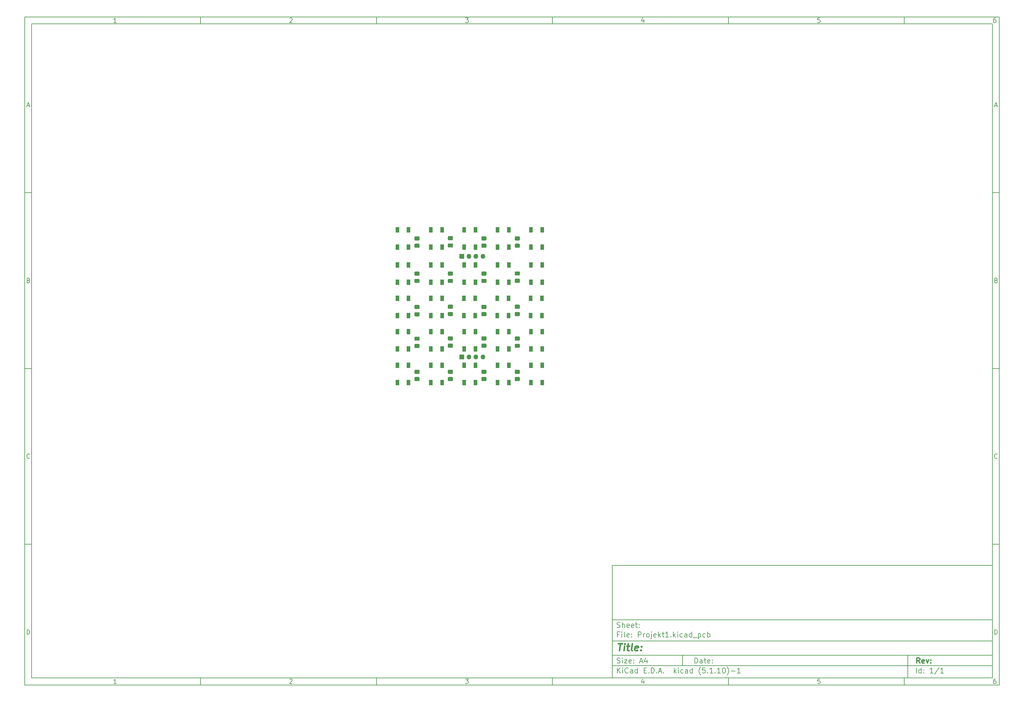
<source format=gbr>
%TF.GenerationSoftware,KiCad,Pcbnew,(5.1.10)-1*%
%TF.CreationDate,2021-11-12T10:13:00+01:00*%
%TF.ProjectId,Projekt1,50726f6a-656b-4743-912e-6b696361645f,rev?*%
%TF.SameCoordinates,Original*%
%TF.FileFunction,Soldermask,Top*%
%TF.FilePolarity,Negative*%
%FSLAX46Y46*%
G04 Gerber Fmt 4.6, Leading zero omitted, Abs format (unit mm)*
G04 Created by KiCad (PCBNEW (5.1.10)-1) date 2021-11-12 10:13:00*
%MOMM*%
%LPD*%
G01*
G04 APERTURE LIST*
%ADD10C,0.100000*%
%ADD11C,0.150000*%
%ADD12C,0.300000*%
%ADD13C,0.400000*%
%ADD14O,1.350000X1.350000*%
%ADD15R,1.350000X1.350000*%
%ADD16R,1.000000X1.500000*%
G04 APERTURE END LIST*
D10*
D11*
X177002200Y-166007200D02*
X177002200Y-198007200D01*
X285002200Y-198007200D01*
X285002200Y-166007200D01*
X177002200Y-166007200D01*
D10*
D11*
X10000000Y-10000000D02*
X10000000Y-200007200D01*
X287002200Y-200007200D01*
X287002200Y-10000000D01*
X10000000Y-10000000D01*
D10*
D11*
X12000000Y-12000000D02*
X12000000Y-198007200D01*
X285002200Y-198007200D01*
X285002200Y-12000000D01*
X12000000Y-12000000D01*
D10*
D11*
X60000000Y-12000000D02*
X60000000Y-10000000D01*
D10*
D11*
X110000000Y-12000000D02*
X110000000Y-10000000D01*
D10*
D11*
X160000000Y-12000000D02*
X160000000Y-10000000D01*
D10*
D11*
X210000000Y-12000000D02*
X210000000Y-10000000D01*
D10*
D11*
X260000000Y-12000000D02*
X260000000Y-10000000D01*
D10*
D11*
X36065476Y-11588095D02*
X35322619Y-11588095D01*
X35694047Y-11588095D02*
X35694047Y-10288095D01*
X35570238Y-10473809D01*
X35446428Y-10597619D01*
X35322619Y-10659523D01*
D10*
D11*
X85322619Y-10411904D02*
X85384523Y-10350000D01*
X85508333Y-10288095D01*
X85817857Y-10288095D01*
X85941666Y-10350000D01*
X86003571Y-10411904D01*
X86065476Y-10535714D01*
X86065476Y-10659523D01*
X86003571Y-10845238D01*
X85260714Y-11588095D01*
X86065476Y-11588095D01*
D10*
D11*
X135260714Y-10288095D02*
X136065476Y-10288095D01*
X135632142Y-10783333D01*
X135817857Y-10783333D01*
X135941666Y-10845238D01*
X136003571Y-10907142D01*
X136065476Y-11030952D01*
X136065476Y-11340476D01*
X136003571Y-11464285D01*
X135941666Y-11526190D01*
X135817857Y-11588095D01*
X135446428Y-11588095D01*
X135322619Y-11526190D01*
X135260714Y-11464285D01*
D10*
D11*
X185941666Y-10721428D02*
X185941666Y-11588095D01*
X185632142Y-10226190D02*
X185322619Y-11154761D01*
X186127380Y-11154761D01*
D10*
D11*
X236003571Y-10288095D02*
X235384523Y-10288095D01*
X235322619Y-10907142D01*
X235384523Y-10845238D01*
X235508333Y-10783333D01*
X235817857Y-10783333D01*
X235941666Y-10845238D01*
X236003571Y-10907142D01*
X236065476Y-11030952D01*
X236065476Y-11340476D01*
X236003571Y-11464285D01*
X235941666Y-11526190D01*
X235817857Y-11588095D01*
X235508333Y-11588095D01*
X235384523Y-11526190D01*
X235322619Y-11464285D01*
D10*
D11*
X285941666Y-10288095D02*
X285694047Y-10288095D01*
X285570238Y-10350000D01*
X285508333Y-10411904D01*
X285384523Y-10597619D01*
X285322619Y-10845238D01*
X285322619Y-11340476D01*
X285384523Y-11464285D01*
X285446428Y-11526190D01*
X285570238Y-11588095D01*
X285817857Y-11588095D01*
X285941666Y-11526190D01*
X286003571Y-11464285D01*
X286065476Y-11340476D01*
X286065476Y-11030952D01*
X286003571Y-10907142D01*
X285941666Y-10845238D01*
X285817857Y-10783333D01*
X285570238Y-10783333D01*
X285446428Y-10845238D01*
X285384523Y-10907142D01*
X285322619Y-11030952D01*
D10*
D11*
X60000000Y-198007200D02*
X60000000Y-200007200D01*
D10*
D11*
X110000000Y-198007200D02*
X110000000Y-200007200D01*
D10*
D11*
X160000000Y-198007200D02*
X160000000Y-200007200D01*
D10*
D11*
X210000000Y-198007200D02*
X210000000Y-200007200D01*
D10*
D11*
X260000000Y-198007200D02*
X260000000Y-200007200D01*
D10*
D11*
X36065476Y-199595295D02*
X35322619Y-199595295D01*
X35694047Y-199595295D02*
X35694047Y-198295295D01*
X35570238Y-198481009D01*
X35446428Y-198604819D01*
X35322619Y-198666723D01*
D10*
D11*
X85322619Y-198419104D02*
X85384523Y-198357200D01*
X85508333Y-198295295D01*
X85817857Y-198295295D01*
X85941666Y-198357200D01*
X86003571Y-198419104D01*
X86065476Y-198542914D01*
X86065476Y-198666723D01*
X86003571Y-198852438D01*
X85260714Y-199595295D01*
X86065476Y-199595295D01*
D10*
D11*
X135260714Y-198295295D02*
X136065476Y-198295295D01*
X135632142Y-198790533D01*
X135817857Y-198790533D01*
X135941666Y-198852438D01*
X136003571Y-198914342D01*
X136065476Y-199038152D01*
X136065476Y-199347676D01*
X136003571Y-199471485D01*
X135941666Y-199533390D01*
X135817857Y-199595295D01*
X135446428Y-199595295D01*
X135322619Y-199533390D01*
X135260714Y-199471485D01*
D10*
D11*
X185941666Y-198728628D02*
X185941666Y-199595295D01*
X185632142Y-198233390D02*
X185322619Y-199161961D01*
X186127380Y-199161961D01*
D10*
D11*
X236003571Y-198295295D02*
X235384523Y-198295295D01*
X235322619Y-198914342D01*
X235384523Y-198852438D01*
X235508333Y-198790533D01*
X235817857Y-198790533D01*
X235941666Y-198852438D01*
X236003571Y-198914342D01*
X236065476Y-199038152D01*
X236065476Y-199347676D01*
X236003571Y-199471485D01*
X235941666Y-199533390D01*
X235817857Y-199595295D01*
X235508333Y-199595295D01*
X235384523Y-199533390D01*
X235322619Y-199471485D01*
D10*
D11*
X285941666Y-198295295D02*
X285694047Y-198295295D01*
X285570238Y-198357200D01*
X285508333Y-198419104D01*
X285384523Y-198604819D01*
X285322619Y-198852438D01*
X285322619Y-199347676D01*
X285384523Y-199471485D01*
X285446428Y-199533390D01*
X285570238Y-199595295D01*
X285817857Y-199595295D01*
X285941666Y-199533390D01*
X286003571Y-199471485D01*
X286065476Y-199347676D01*
X286065476Y-199038152D01*
X286003571Y-198914342D01*
X285941666Y-198852438D01*
X285817857Y-198790533D01*
X285570238Y-198790533D01*
X285446428Y-198852438D01*
X285384523Y-198914342D01*
X285322619Y-199038152D01*
D10*
D11*
X10000000Y-60000000D02*
X12000000Y-60000000D01*
D10*
D11*
X10000000Y-110000000D02*
X12000000Y-110000000D01*
D10*
D11*
X10000000Y-160000000D02*
X12000000Y-160000000D01*
D10*
D11*
X10690476Y-35216666D02*
X11309523Y-35216666D01*
X10566666Y-35588095D02*
X11000000Y-34288095D01*
X11433333Y-35588095D01*
D10*
D11*
X11092857Y-84907142D02*
X11278571Y-84969047D01*
X11340476Y-85030952D01*
X11402380Y-85154761D01*
X11402380Y-85340476D01*
X11340476Y-85464285D01*
X11278571Y-85526190D01*
X11154761Y-85588095D01*
X10659523Y-85588095D01*
X10659523Y-84288095D01*
X11092857Y-84288095D01*
X11216666Y-84350000D01*
X11278571Y-84411904D01*
X11340476Y-84535714D01*
X11340476Y-84659523D01*
X11278571Y-84783333D01*
X11216666Y-84845238D01*
X11092857Y-84907142D01*
X10659523Y-84907142D01*
D10*
D11*
X11402380Y-135464285D02*
X11340476Y-135526190D01*
X11154761Y-135588095D01*
X11030952Y-135588095D01*
X10845238Y-135526190D01*
X10721428Y-135402380D01*
X10659523Y-135278571D01*
X10597619Y-135030952D01*
X10597619Y-134845238D01*
X10659523Y-134597619D01*
X10721428Y-134473809D01*
X10845238Y-134350000D01*
X11030952Y-134288095D01*
X11154761Y-134288095D01*
X11340476Y-134350000D01*
X11402380Y-134411904D01*
D10*
D11*
X10659523Y-185588095D02*
X10659523Y-184288095D01*
X10969047Y-184288095D01*
X11154761Y-184350000D01*
X11278571Y-184473809D01*
X11340476Y-184597619D01*
X11402380Y-184845238D01*
X11402380Y-185030952D01*
X11340476Y-185278571D01*
X11278571Y-185402380D01*
X11154761Y-185526190D01*
X10969047Y-185588095D01*
X10659523Y-185588095D01*
D10*
D11*
X287002200Y-60000000D02*
X285002200Y-60000000D01*
D10*
D11*
X287002200Y-110000000D02*
X285002200Y-110000000D01*
D10*
D11*
X287002200Y-160000000D02*
X285002200Y-160000000D01*
D10*
D11*
X285692676Y-35216666D02*
X286311723Y-35216666D01*
X285568866Y-35588095D02*
X286002200Y-34288095D01*
X286435533Y-35588095D01*
D10*
D11*
X286095057Y-84907142D02*
X286280771Y-84969047D01*
X286342676Y-85030952D01*
X286404580Y-85154761D01*
X286404580Y-85340476D01*
X286342676Y-85464285D01*
X286280771Y-85526190D01*
X286156961Y-85588095D01*
X285661723Y-85588095D01*
X285661723Y-84288095D01*
X286095057Y-84288095D01*
X286218866Y-84350000D01*
X286280771Y-84411904D01*
X286342676Y-84535714D01*
X286342676Y-84659523D01*
X286280771Y-84783333D01*
X286218866Y-84845238D01*
X286095057Y-84907142D01*
X285661723Y-84907142D01*
D10*
D11*
X286404580Y-135464285D02*
X286342676Y-135526190D01*
X286156961Y-135588095D01*
X286033152Y-135588095D01*
X285847438Y-135526190D01*
X285723628Y-135402380D01*
X285661723Y-135278571D01*
X285599819Y-135030952D01*
X285599819Y-134845238D01*
X285661723Y-134597619D01*
X285723628Y-134473809D01*
X285847438Y-134350000D01*
X286033152Y-134288095D01*
X286156961Y-134288095D01*
X286342676Y-134350000D01*
X286404580Y-134411904D01*
D10*
D11*
X285661723Y-185588095D02*
X285661723Y-184288095D01*
X285971247Y-184288095D01*
X286156961Y-184350000D01*
X286280771Y-184473809D01*
X286342676Y-184597619D01*
X286404580Y-184845238D01*
X286404580Y-185030952D01*
X286342676Y-185278571D01*
X286280771Y-185402380D01*
X286156961Y-185526190D01*
X285971247Y-185588095D01*
X285661723Y-185588095D01*
D10*
D11*
X200434342Y-193785771D02*
X200434342Y-192285771D01*
X200791485Y-192285771D01*
X201005771Y-192357200D01*
X201148628Y-192500057D01*
X201220057Y-192642914D01*
X201291485Y-192928628D01*
X201291485Y-193142914D01*
X201220057Y-193428628D01*
X201148628Y-193571485D01*
X201005771Y-193714342D01*
X200791485Y-193785771D01*
X200434342Y-193785771D01*
X202577200Y-193785771D02*
X202577200Y-193000057D01*
X202505771Y-192857200D01*
X202362914Y-192785771D01*
X202077200Y-192785771D01*
X201934342Y-192857200D01*
X202577200Y-193714342D02*
X202434342Y-193785771D01*
X202077200Y-193785771D01*
X201934342Y-193714342D01*
X201862914Y-193571485D01*
X201862914Y-193428628D01*
X201934342Y-193285771D01*
X202077200Y-193214342D01*
X202434342Y-193214342D01*
X202577200Y-193142914D01*
X203077200Y-192785771D02*
X203648628Y-192785771D01*
X203291485Y-192285771D02*
X203291485Y-193571485D01*
X203362914Y-193714342D01*
X203505771Y-193785771D01*
X203648628Y-193785771D01*
X204720057Y-193714342D02*
X204577200Y-193785771D01*
X204291485Y-193785771D01*
X204148628Y-193714342D01*
X204077200Y-193571485D01*
X204077200Y-193000057D01*
X204148628Y-192857200D01*
X204291485Y-192785771D01*
X204577200Y-192785771D01*
X204720057Y-192857200D01*
X204791485Y-193000057D01*
X204791485Y-193142914D01*
X204077200Y-193285771D01*
X205434342Y-193642914D02*
X205505771Y-193714342D01*
X205434342Y-193785771D01*
X205362914Y-193714342D01*
X205434342Y-193642914D01*
X205434342Y-193785771D01*
X205434342Y-192857200D02*
X205505771Y-192928628D01*
X205434342Y-193000057D01*
X205362914Y-192928628D01*
X205434342Y-192857200D01*
X205434342Y-193000057D01*
D10*
D11*
X177002200Y-194507200D02*
X285002200Y-194507200D01*
D10*
D11*
X178434342Y-196585771D02*
X178434342Y-195085771D01*
X179291485Y-196585771D02*
X178648628Y-195728628D01*
X179291485Y-195085771D02*
X178434342Y-195942914D01*
X179934342Y-196585771D02*
X179934342Y-195585771D01*
X179934342Y-195085771D02*
X179862914Y-195157200D01*
X179934342Y-195228628D01*
X180005771Y-195157200D01*
X179934342Y-195085771D01*
X179934342Y-195228628D01*
X181505771Y-196442914D02*
X181434342Y-196514342D01*
X181220057Y-196585771D01*
X181077200Y-196585771D01*
X180862914Y-196514342D01*
X180720057Y-196371485D01*
X180648628Y-196228628D01*
X180577200Y-195942914D01*
X180577200Y-195728628D01*
X180648628Y-195442914D01*
X180720057Y-195300057D01*
X180862914Y-195157200D01*
X181077200Y-195085771D01*
X181220057Y-195085771D01*
X181434342Y-195157200D01*
X181505771Y-195228628D01*
X182791485Y-196585771D02*
X182791485Y-195800057D01*
X182720057Y-195657200D01*
X182577200Y-195585771D01*
X182291485Y-195585771D01*
X182148628Y-195657200D01*
X182791485Y-196514342D02*
X182648628Y-196585771D01*
X182291485Y-196585771D01*
X182148628Y-196514342D01*
X182077200Y-196371485D01*
X182077200Y-196228628D01*
X182148628Y-196085771D01*
X182291485Y-196014342D01*
X182648628Y-196014342D01*
X182791485Y-195942914D01*
X184148628Y-196585771D02*
X184148628Y-195085771D01*
X184148628Y-196514342D02*
X184005771Y-196585771D01*
X183720057Y-196585771D01*
X183577200Y-196514342D01*
X183505771Y-196442914D01*
X183434342Y-196300057D01*
X183434342Y-195871485D01*
X183505771Y-195728628D01*
X183577200Y-195657200D01*
X183720057Y-195585771D01*
X184005771Y-195585771D01*
X184148628Y-195657200D01*
X186005771Y-195800057D02*
X186505771Y-195800057D01*
X186720057Y-196585771D02*
X186005771Y-196585771D01*
X186005771Y-195085771D01*
X186720057Y-195085771D01*
X187362914Y-196442914D02*
X187434342Y-196514342D01*
X187362914Y-196585771D01*
X187291485Y-196514342D01*
X187362914Y-196442914D01*
X187362914Y-196585771D01*
X188077200Y-196585771D02*
X188077200Y-195085771D01*
X188434342Y-195085771D01*
X188648628Y-195157200D01*
X188791485Y-195300057D01*
X188862914Y-195442914D01*
X188934342Y-195728628D01*
X188934342Y-195942914D01*
X188862914Y-196228628D01*
X188791485Y-196371485D01*
X188648628Y-196514342D01*
X188434342Y-196585771D01*
X188077200Y-196585771D01*
X189577200Y-196442914D02*
X189648628Y-196514342D01*
X189577200Y-196585771D01*
X189505771Y-196514342D01*
X189577200Y-196442914D01*
X189577200Y-196585771D01*
X190220057Y-196157200D02*
X190934342Y-196157200D01*
X190077200Y-196585771D02*
X190577200Y-195085771D01*
X191077200Y-196585771D01*
X191577200Y-196442914D02*
X191648628Y-196514342D01*
X191577200Y-196585771D01*
X191505771Y-196514342D01*
X191577200Y-196442914D01*
X191577200Y-196585771D01*
X194577200Y-196585771D02*
X194577200Y-195085771D01*
X194720057Y-196014342D02*
X195148628Y-196585771D01*
X195148628Y-195585771D02*
X194577200Y-196157200D01*
X195791485Y-196585771D02*
X195791485Y-195585771D01*
X195791485Y-195085771D02*
X195720057Y-195157200D01*
X195791485Y-195228628D01*
X195862914Y-195157200D01*
X195791485Y-195085771D01*
X195791485Y-195228628D01*
X197148628Y-196514342D02*
X197005771Y-196585771D01*
X196720057Y-196585771D01*
X196577200Y-196514342D01*
X196505771Y-196442914D01*
X196434342Y-196300057D01*
X196434342Y-195871485D01*
X196505771Y-195728628D01*
X196577200Y-195657200D01*
X196720057Y-195585771D01*
X197005771Y-195585771D01*
X197148628Y-195657200D01*
X198434342Y-196585771D02*
X198434342Y-195800057D01*
X198362914Y-195657200D01*
X198220057Y-195585771D01*
X197934342Y-195585771D01*
X197791485Y-195657200D01*
X198434342Y-196514342D02*
X198291485Y-196585771D01*
X197934342Y-196585771D01*
X197791485Y-196514342D01*
X197720057Y-196371485D01*
X197720057Y-196228628D01*
X197791485Y-196085771D01*
X197934342Y-196014342D01*
X198291485Y-196014342D01*
X198434342Y-195942914D01*
X199791485Y-196585771D02*
X199791485Y-195085771D01*
X199791485Y-196514342D02*
X199648628Y-196585771D01*
X199362914Y-196585771D01*
X199220057Y-196514342D01*
X199148628Y-196442914D01*
X199077200Y-196300057D01*
X199077200Y-195871485D01*
X199148628Y-195728628D01*
X199220057Y-195657200D01*
X199362914Y-195585771D01*
X199648628Y-195585771D01*
X199791485Y-195657200D01*
X202077200Y-197157200D02*
X202005771Y-197085771D01*
X201862914Y-196871485D01*
X201791485Y-196728628D01*
X201720057Y-196514342D01*
X201648628Y-196157200D01*
X201648628Y-195871485D01*
X201720057Y-195514342D01*
X201791485Y-195300057D01*
X201862914Y-195157200D01*
X202005771Y-194942914D01*
X202077200Y-194871485D01*
X203362914Y-195085771D02*
X202648628Y-195085771D01*
X202577200Y-195800057D01*
X202648628Y-195728628D01*
X202791485Y-195657200D01*
X203148628Y-195657200D01*
X203291485Y-195728628D01*
X203362914Y-195800057D01*
X203434342Y-195942914D01*
X203434342Y-196300057D01*
X203362914Y-196442914D01*
X203291485Y-196514342D01*
X203148628Y-196585771D01*
X202791485Y-196585771D01*
X202648628Y-196514342D01*
X202577200Y-196442914D01*
X204077200Y-196442914D02*
X204148628Y-196514342D01*
X204077200Y-196585771D01*
X204005771Y-196514342D01*
X204077200Y-196442914D01*
X204077200Y-196585771D01*
X205577200Y-196585771D02*
X204720057Y-196585771D01*
X205148628Y-196585771D02*
X205148628Y-195085771D01*
X205005771Y-195300057D01*
X204862914Y-195442914D01*
X204720057Y-195514342D01*
X206220057Y-196442914D02*
X206291485Y-196514342D01*
X206220057Y-196585771D01*
X206148628Y-196514342D01*
X206220057Y-196442914D01*
X206220057Y-196585771D01*
X207720057Y-196585771D02*
X206862914Y-196585771D01*
X207291485Y-196585771D02*
X207291485Y-195085771D01*
X207148628Y-195300057D01*
X207005771Y-195442914D01*
X206862914Y-195514342D01*
X208648628Y-195085771D02*
X208791485Y-195085771D01*
X208934342Y-195157200D01*
X209005771Y-195228628D01*
X209077200Y-195371485D01*
X209148628Y-195657200D01*
X209148628Y-196014342D01*
X209077200Y-196300057D01*
X209005771Y-196442914D01*
X208934342Y-196514342D01*
X208791485Y-196585771D01*
X208648628Y-196585771D01*
X208505771Y-196514342D01*
X208434342Y-196442914D01*
X208362914Y-196300057D01*
X208291485Y-196014342D01*
X208291485Y-195657200D01*
X208362914Y-195371485D01*
X208434342Y-195228628D01*
X208505771Y-195157200D01*
X208648628Y-195085771D01*
X209648628Y-197157200D02*
X209720057Y-197085771D01*
X209862914Y-196871485D01*
X209934342Y-196728628D01*
X210005771Y-196514342D01*
X210077200Y-196157200D01*
X210077200Y-195871485D01*
X210005771Y-195514342D01*
X209934342Y-195300057D01*
X209862914Y-195157200D01*
X209720057Y-194942914D01*
X209648628Y-194871485D01*
X210791485Y-196014342D02*
X211934342Y-196014342D01*
X213434342Y-196585771D02*
X212577200Y-196585771D01*
X213005771Y-196585771D02*
X213005771Y-195085771D01*
X212862914Y-195300057D01*
X212720057Y-195442914D01*
X212577200Y-195514342D01*
D10*
D11*
X177002200Y-191507200D02*
X285002200Y-191507200D01*
D10*
D12*
X264411485Y-193785771D02*
X263911485Y-193071485D01*
X263554342Y-193785771D02*
X263554342Y-192285771D01*
X264125771Y-192285771D01*
X264268628Y-192357200D01*
X264340057Y-192428628D01*
X264411485Y-192571485D01*
X264411485Y-192785771D01*
X264340057Y-192928628D01*
X264268628Y-193000057D01*
X264125771Y-193071485D01*
X263554342Y-193071485D01*
X265625771Y-193714342D02*
X265482914Y-193785771D01*
X265197200Y-193785771D01*
X265054342Y-193714342D01*
X264982914Y-193571485D01*
X264982914Y-193000057D01*
X265054342Y-192857200D01*
X265197200Y-192785771D01*
X265482914Y-192785771D01*
X265625771Y-192857200D01*
X265697200Y-193000057D01*
X265697200Y-193142914D01*
X264982914Y-193285771D01*
X266197200Y-192785771D02*
X266554342Y-193785771D01*
X266911485Y-192785771D01*
X267482914Y-193642914D02*
X267554342Y-193714342D01*
X267482914Y-193785771D01*
X267411485Y-193714342D01*
X267482914Y-193642914D01*
X267482914Y-193785771D01*
X267482914Y-192857200D02*
X267554342Y-192928628D01*
X267482914Y-193000057D01*
X267411485Y-192928628D01*
X267482914Y-192857200D01*
X267482914Y-193000057D01*
D10*
D11*
X178362914Y-193714342D02*
X178577200Y-193785771D01*
X178934342Y-193785771D01*
X179077200Y-193714342D01*
X179148628Y-193642914D01*
X179220057Y-193500057D01*
X179220057Y-193357200D01*
X179148628Y-193214342D01*
X179077200Y-193142914D01*
X178934342Y-193071485D01*
X178648628Y-193000057D01*
X178505771Y-192928628D01*
X178434342Y-192857200D01*
X178362914Y-192714342D01*
X178362914Y-192571485D01*
X178434342Y-192428628D01*
X178505771Y-192357200D01*
X178648628Y-192285771D01*
X179005771Y-192285771D01*
X179220057Y-192357200D01*
X179862914Y-193785771D02*
X179862914Y-192785771D01*
X179862914Y-192285771D02*
X179791485Y-192357200D01*
X179862914Y-192428628D01*
X179934342Y-192357200D01*
X179862914Y-192285771D01*
X179862914Y-192428628D01*
X180434342Y-192785771D02*
X181220057Y-192785771D01*
X180434342Y-193785771D01*
X181220057Y-193785771D01*
X182362914Y-193714342D02*
X182220057Y-193785771D01*
X181934342Y-193785771D01*
X181791485Y-193714342D01*
X181720057Y-193571485D01*
X181720057Y-193000057D01*
X181791485Y-192857200D01*
X181934342Y-192785771D01*
X182220057Y-192785771D01*
X182362914Y-192857200D01*
X182434342Y-193000057D01*
X182434342Y-193142914D01*
X181720057Y-193285771D01*
X183077200Y-193642914D02*
X183148628Y-193714342D01*
X183077200Y-193785771D01*
X183005771Y-193714342D01*
X183077200Y-193642914D01*
X183077200Y-193785771D01*
X183077200Y-192857200D02*
X183148628Y-192928628D01*
X183077200Y-193000057D01*
X183005771Y-192928628D01*
X183077200Y-192857200D01*
X183077200Y-193000057D01*
X184862914Y-193357200D02*
X185577200Y-193357200D01*
X184720057Y-193785771D02*
X185220057Y-192285771D01*
X185720057Y-193785771D01*
X186862914Y-192785771D02*
X186862914Y-193785771D01*
X186505771Y-192214342D02*
X186148628Y-193285771D01*
X187077200Y-193285771D01*
D10*
D11*
X263434342Y-196585771D02*
X263434342Y-195085771D01*
X264791485Y-196585771D02*
X264791485Y-195085771D01*
X264791485Y-196514342D02*
X264648628Y-196585771D01*
X264362914Y-196585771D01*
X264220057Y-196514342D01*
X264148628Y-196442914D01*
X264077200Y-196300057D01*
X264077200Y-195871485D01*
X264148628Y-195728628D01*
X264220057Y-195657200D01*
X264362914Y-195585771D01*
X264648628Y-195585771D01*
X264791485Y-195657200D01*
X265505771Y-196442914D02*
X265577200Y-196514342D01*
X265505771Y-196585771D01*
X265434342Y-196514342D01*
X265505771Y-196442914D01*
X265505771Y-196585771D01*
X265505771Y-195657200D02*
X265577200Y-195728628D01*
X265505771Y-195800057D01*
X265434342Y-195728628D01*
X265505771Y-195657200D01*
X265505771Y-195800057D01*
X268148628Y-196585771D02*
X267291485Y-196585771D01*
X267720057Y-196585771D02*
X267720057Y-195085771D01*
X267577200Y-195300057D01*
X267434342Y-195442914D01*
X267291485Y-195514342D01*
X269862914Y-195014342D02*
X268577200Y-196942914D01*
X271148628Y-196585771D02*
X270291485Y-196585771D01*
X270720057Y-196585771D02*
X270720057Y-195085771D01*
X270577200Y-195300057D01*
X270434342Y-195442914D01*
X270291485Y-195514342D01*
D10*
D11*
X177002200Y-187507200D02*
X285002200Y-187507200D01*
D10*
D13*
X178714580Y-188211961D02*
X179857438Y-188211961D01*
X179036009Y-190211961D02*
X179286009Y-188211961D01*
X180274104Y-190211961D02*
X180440771Y-188878628D01*
X180524104Y-188211961D02*
X180416961Y-188307200D01*
X180500295Y-188402438D01*
X180607438Y-188307200D01*
X180524104Y-188211961D01*
X180500295Y-188402438D01*
X181107438Y-188878628D02*
X181869342Y-188878628D01*
X181476485Y-188211961D02*
X181262200Y-189926247D01*
X181333628Y-190116723D01*
X181512200Y-190211961D01*
X181702676Y-190211961D01*
X182655057Y-190211961D02*
X182476485Y-190116723D01*
X182405057Y-189926247D01*
X182619342Y-188211961D01*
X184190771Y-190116723D02*
X183988390Y-190211961D01*
X183607438Y-190211961D01*
X183428866Y-190116723D01*
X183357438Y-189926247D01*
X183452676Y-189164342D01*
X183571723Y-188973866D01*
X183774104Y-188878628D01*
X184155057Y-188878628D01*
X184333628Y-188973866D01*
X184405057Y-189164342D01*
X184381247Y-189354819D01*
X183405057Y-189545295D01*
X185155057Y-190021485D02*
X185238390Y-190116723D01*
X185131247Y-190211961D01*
X185047914Y-190116723D01*
X185155057Y-190021485D01*
X185131247Y-190211961D01*
X185286009Y-188973866D02*
X185369342Y-189069104D01*
X185262200Y-189164342D01*
X185178866Y-189069104D01*
X185286009Y-188973866D01*
X185262200Y-189164342D01*
D10*
D11*
X178934342Y-185600057D02*
X178434342Y-185600057D01*
X178434342Y-186385771D02*
X178434342Y-184885771D01*
X179148628Y-184885771D01*
X179720057Y-186385771D02*
X179720057Y-185385771D01*
X179720057Y-184885771D02*
X179648628Y-184957200D01*
X179720057Y-185028628D01*
X179791485Y-184957200D01*
X179720057Y-184885771D01*
X179720057Y-185028628D01*
X180648628Y-186385771D02*
X180505771Y-186314342D01*
X180434342Y-186171485D01*
X180434342Y-184885771D01*
X181791485Y-186314342D02*
X181648628Y-186385771D01*
X181362914Y-186385771D01*
X181220057Y-186314342D01*
X181148628Y-186171485D01*
X181148628Y-185600057D01*
X181220057Y-185457200D01*
X181362914Y-185385771D01*
X181648628Y-185385771D01*
X181791485Y-185457200D01*
X181862914Y-185600057D01*
X181862914Y-185742914D01*
X181148628Y-185885771D01*
X182505771Y-186242914D02*
X182577200Y-186314342D01*
X182505771Y-186385771D01*
X182434342Y-186314342D01*
X182505771Y-186242914D01*
X182505771Y-186385771D01*
X182505771Y-185457200D02*
X182577200Y-185528628D01*
X182505771Y-185600057D01*
X182434342Y-185528628D01*
X182505771Y-185457200D01*
X182505771Y-185600057D01*
X184362914Y-186385771D02*
X184362914Y-184885771D01*
X184934342Y-184885771D01*
X185077200Y-184957200D01*
X185148628Y-185028628D01*
X185220057Y-185171485D01*
X185220057Y-185385771D01*
X185148628Y-185528628D01*
X185077200Y-185600057D01*
X184934342Y-185671485D01*
X184362914Y-185671485D01*
X185862914Y-186385771D02*
X185862914Y-185385771D01*
X185862914Y-185671485D02*
X185934342Y-185528628D01*
X186005771Y-185457200D01*
X186148628Y-185385771D01*
X186291485Y-185385771D01*
X187005771Y-186385771D02*
X186862914Y-186314342D01*
X186791485Y-186242914D01*
X186720057Y-186100057D01*
X186720057Y-185671485D01*
X186791485Y-185528628D01*
X186862914Y-185457200D01*
X187005771Y-185385771D01*
X187220057Y-185385771D01*
X187362914Y-185457200D01*
X187434342Y-185528628D01*
X187505771Y-185671485D01*
X187505771Y-186100057D01*
X187434342Y-186242914D01*
X187362914Y-186314342D01*
X187220057Y-186385771D01*
X187005771Y-186385771D01*
X188148628Y-185385771D02*
X188148628Y-186671485D01*
X188077200Y-186814342D01*
X187934342Y-186885771D01*
X187862914Y-186885771D01*
X188148628Y-184885771D02*
X188077200Y-184957200D01*
X188148628Y-185028628D01*
X188220057Y-184957200D01*
X188148628Y-184885771D01*
X188148628Y-185028628D01*
X189434342Y-186314342D02*
X189291485Y-186385771D01*
X189005771Y-186385771D01*
X188862914Y-186314342D01*
X188791485Y-186171485D01*
X188791485Y-185600057D01*
X188862914Y-185457200D01*
X189005771Y-185385771D01*
X189291485Y-185385771D01*
X189434342Y-185457200D01*
X189505771Y-185600057D01*
X189505771Y-185742914D01*
X188791485Y-185885771D01*
X190148628Y-186385771D02*
X190148628Y-184885771D01*
X190291485Y-185814342D02*
X190720057Y-186385771D01*
X190720057Y-185385771D02*
X190148628Y-185957200D01*
X191148628Y-185385771D02*
X191720057Y-185385771D01*
X191362914Y-184885771D02*
X191362914Y-186171485D01*
X191434342Y-186314342D01*
X191577200Y-186385771D01*
X191720057Y-186385771D01*
X193005771Y-186385771D02*
X192148628Y-186385771D01*
X192577200Y-186385771D02*
X192577200Y-184885771D01*
X192434342Y-185100057D01*
X192291485Y-185242914D01*
X192148628Y-185314342D01*
X193648628Y-186242914D02*
X193720057Y-186314342D01*
X193648628Y-186385771D01*
X193577200Y-186314342D01*
X193648628Y-186242914D01*
X193648628Y-186385771D01*
X194362914Y-186385771D02*
X194362914Y-184885771D01*
X194505771Y-185814342D02*
X194934342Y-186385771D01*
X194934342Y-185385771D02*
X194362914Y-185957200D01*
X195577200Y-186385771D02*
X195577200Y-185385771D01*
X195577200Y-184885771D02*
X195505771Y-184957200D01*
X195577200Y-185028628D01*
X195648628Y-184957200D01*
X195577200Y-184885771D01*
X195577200Y-185028628D01*
X196934342Y-186314342D02*
X196791485Y-186385771D01*
X196505771Y-186385771D01*
X196362914Y-186314342D01*
X196291485Y-186242914D01*
X196220057Y-186100057D01*
X196220057Y-185671485D01*
X196291485Y-185528628D01*
X196362914Y-185457200D01*
X196505771Y-185385771D01*
X196791485Y-185385771D01*
X196934342Y-185457200D01*
X198220057Y-186385771D02*
X198220057Y-185600057D01*
X198148628Y-185457200D01*
X198005771Y-185385771D01*
X197720057Y-185385771D01*
X197577200Y-185457200D01*
X198220057Y-186314342D02*
X198077200Y-186385771D01*
X197720057Y-186385771D01*
X197577200Y-186314342D01*
X197505771Y-186171485D01*
X197505771Y-186028628D01*
X197577200Y-185885771D01*
X197720057Y-185814342D01*
X198077200Y-185814342D01*
X198220057Y-185742914D01*
X199577200Y-186385771D02*
X199577200Y-184885771D01*
X199577200Y-186314342D02*
X199434342Y-186385771D01*
X199148628Y-186385771D01*
X199005771Y-186314342D01*
X198934342Y-186242914D01*
X198862914Y-186100057D01*
X198862914Y-185671485D01*
X198934342Y-185528628D01*
X199005771Y-185457200D01*
X199148628Y-185385771D01*
X199434342Y-185385771D01*
X199577200Y-185457200D01*
X199934342Y-186528628D02*
X201077200Y-186528628D01*
X201434342Y-185385771D02*
X201434342Y-186885771D01*
X201434342Y-185457200D02*
X201577200Y-185385771D01*
X201862914Y-185385771D01*
X202005771Y-185457200D01*
X202077200Y-185528628D01*
X202148628Y-185671485D01*
X202148628Y-186100057D01*
X202077200Y-186242914D01*
X202005771Y-186314342D01*
X201862914Y-186385771D01*
X201577200Y-186385771D01*
X201434342Y-186314342D01*
X203434342Y-186314342D02*
X203291485Y-186385771D01*
X203005771Y-186385771D01*
X202862914Y-186314342D01*
X202791485Y-186242914D01*
X202720057Y-186100057D01*
X202720057Y-185671485D01*
X202791485Y-185528628D01*
X202862914Y-185457200D01*
X203005771Y-185385771D01*
X203291485Y-185385771D01*
X203434342Y-185457200D01*
X204077200Y-186385771D02*
X204077200Y-184885771D01*
X204077200Y-185457200D02*
X204220057Y-185385771D01*
X204505771Y-185385771D01*
X204648628Y-185457200D01*
X204720057Y-185528628D01*
X204791485Y-185671485D01*
X204791485Y-186100057D01*
X204720057Y-186242914D01*
X204648628Y-186314342D01*
X204505771Y-186385771D01*
X204220057Y-186385771D01*
X204077200Y-186314342D01*
D10*
D11*
X177002200Y-181507200D02*
X285002200Y-181507200D01*
D10*
D11*
X178362914Y-183614342D02*
X178577200Y-183685771D01*
X178934342Y-183685771D01*
X179077200Y-183614342D01*
X179148628Y-183542914D01*
X179220057Y-183400057D01*
X179220057Y-183257200D01*
X179148628Y-183114342D01*
X179077200Y-183042914D01*
X178934342Y-182971485D01*
X178648628Y-182900057D01*
X178505771Y-182828628D01*
X178434342Y-182757200D01*
X178362914Y-182614342D01*
X178362914Y-182471485D01*
X178434342Y-182328628D01*
X178505771Y-182257200D01*
X178648628Y-182185771D01*
X179005771Y-182185771D01*
X179220057Y-182257200D01*
X179862914Y-183685771D02*
X179862914Y-182185771D01*
X180505771Y-183685771D02*
X180505771Y-182900057D01*
X180434342Y-182757200D01*
X180291485Y-182685771D01*
X180077200Y-182685771D01*
X179934342Y-182757200D01*
X179862914Y-182828628D01*
X181791485Y-183614342D02*
X181648628Y-183685771D01*
X181362914Y-183685771D01*
X181220057Y-183614342D01*
X181148628Y-183471485D01*
X181148628Y-182900057D01*
X181220057Y-182757200D01*
X181362914Y-182685771D01*
X181648628Y-182685771D01*
X181791485Y-182757200D01*
X181862914Y-182900057D01*
X181862914Y-183042914D01*
X181148628Y-183185771D01*
X183077200Y-183614342D02*
X182934342Y-183685771D01*
X182648628Y-183685771D01*
X182505771Y-183614342D01*
X182434342Y-183471485D01*
X182434342Y-182900057D01*
X182505771Y-182757200D01*
X182648628Y-182685771D01*
X182934342Y-182685771D01*
X183077200Y-182757200D01*
X183148628Y-182900057D01*
X183148628Y-183042914D01*
X182434342Y-183185771D01*
X183577200Y-182685771D02*
X184148628Y-182685771D01*
X183791485Y-182185771D02*
X183791485Y-183471485D01*
X183862914Y-183614342D01*
X184005771Y-183685771D01*
X184148628Y-183685771D01*
X184648628Y-183542914D02*
X184720057Y-183614342D01*
X184648628Y-183685771D01*
X184577200Y-183614342D01*
X184648628Y-183542914D01*
X184648628Y-183685771D01*
X184648628Y-182757200D02*
X184720057Y-182828628D01*
X184648628Y-182900057D01*
X184577200Y-182828628D01*
X184648628Y-182757200D01*
X184648628Y-182900057D01*
D10*
D11*
X197002200Y-191507200D02*
X197002200Y-194507200D01*
D10*
D11*
X261002200Y-191507200D02*
X261002200Y-198007200D01*
D14*
%TO.C,J2*%
X140250000Y-106750000D03*
X138250000Y-106750000D03*
X136250000Y-106750000D03*
D15*
X134250000Y-106750000D03*
%TD*%
D14*
%TO.C,J1*%
X140250000Y-78105000D03*
X138250000Y-78105000D03*
X136250000Y-78105000D03*
D15*
X134250000Y-78105000D03*
%TD*%
D16*
%TO.C,D24*%
X144400000Y-113950000D03*
X147600000Y-113950000D03*
X144400000Y-109050000D03*
X147600000Y-109050000D03*
%TD*%
%TO.C,D23*%
X134900000Y-113950000D03*
X138100000Y-113950000D03*
X134900000Y-109050000D03*
X138100000Y-109050000D03*
%TD*%
%TO.C,D22*%
X125400000Y-113950000D03*
X128600000Y-113950000D03*
X125400000Y-109050000D03*
X128600000Y-109050000D03*
%TD*%
%TO.C,D21*%
X115900000Y-113950000D03*
X119100000Y-113950000D03*
X115900000Y-109050000D03*
X119100000Y-109050000D03*
%TD*%
%TO.C,D16*%
X115900000Y-104450000D03*
X119100000Y-104450000D03*
X115900000Y-99550000D03*
X119100000Y-99550000D03*
%TD*%
%TO.C,D15*%
X153800000Y-94950000D03*
X157000000Y-94950000D03*
X153800000Y-90050000D03*
X157000000Y-90050000D03*
%TD*%
%TO.C,D14*%
X144300000Y-94950000D03*
X147500000Y-94950000D03*
X144300000Y-90050000D03*
X147500000Y-90050000D03*
%TD*%
%TO.C,D13*%
X134800000Y-94950000D03*
X138000000Y-94950000D03*
X134800000Y-90050000D03*
X138000000Y-90050000D03*
%TD*%
%TO.C,D8*%
X134900000Y-85450000D03*
X138100000Y-85450000D03*
X134900000Y-80550000D03*
X138100000Y-80550000D03*
%TD*%
%TO.C,D7*%
X125400000Y-85450000D03*
X128600000Y-85450000D03*
X125400000Y-80550000D03*
X128600000Y-80550000D03*
%TD*%
%TO.C,D6*%
X115900000Y-85450000D03*
X119100000Y-85450000D03*
X115900000Y-80550000D03*
X119100000Y-80550000D03*
%TD*%
%TO.C,D5*%
X153900000Y-75450000D03*
X157100000Y-75450000D03*
X153900000Y-70550000D03*
X157100000Y-70550000D03*
%TD*%
%TO.C,C24*%
G36*
G01*
X131475000Y-102012500D02*
X130525000Y-102012500D01*
G75*
G02*
X130275000Y-101762500I0J250000D01*
G01*
X130275000Y-101087500D01*
G75*
G02*
X130525000Y-100837500I250000J0D01*
G01*
X131475000Y-100837500D01*
G75*
G02*
X131725000Y-101087500I0J-250000D01*
G01*
X131725000Y-101762500D01*
G75*
G02*
X131475000Y-102012500I-250000J0D01*
G01*
G37*
G36*
G01*
X131475000Y-104087500D02*
X130525000Y-104087500D01*
G75*
G02*
X130275000Y-103837500I0J250000D01*
G01*
X130275000Y-103162500D01*
G75*
G02*
X130525000Y-102912500I250000J0D01*
G01*
X131475000Y-102912500D01*
G75*
G02*
X131725000Y-103162500I0J-250000D01*
G01*
X131725000Y-103837500D01*
G75*
G02*
X131475000Y-104087500I-250000J0D01*
G01*
G37*
%TD*%
%TO.C,C23*%
G36*
G01*
X150475000Y-111512500D02*
X149525000Y-111512500D01*
G75*
G02*
X149275000Y-111262500I0J250000D01*
G01*
X149275000Y-110587500D01*
G75*
G02*
X149525000Y-110337500I250000J0D01*
G01*
X150475000Y-110337500D01*
G75*
G02*
X150725000Y-110587500I0J-250000D01*
G01*
X150725000Y-111262500D01*
G75*
G02*
X150475000Y-111512500I-250000J0D01*
G01*
G37*
G36*
G01*
X150475000Y-113587500D02*
X149525000Y-113587500D01*
G75*
G02*
X149275000Y-113337500I0J250000D01*
G01*
X149275000Y-112662500D01*
G75*
G02*
X149525000Y-112412500I250000J0D01*
G01*
X150475000Y-112412500D01*
G75*
G02*
X150725000Y-112662500I0J-250000D01*
G01*
X150725000Y-113337500D01*
G75*
G02*
X150475000Y-113587500I-250000J0D01*
G01*
G37*
%TD*%
%TO.C,C22*%
G36*
G01*
X131475000Y-93012500D02*
X130525000Y-93012500D01*
G75*
G02*
X130275000Y-92762500I0J250000D01*
G01*
X130275000Y-92087500D01*
G75*
G02*
X130525000Y-91837500I250000J0D01*
G01*
X131475000Y-91837500D01*
G75*
G02*
X131725000Y-92087500I0J-250000D01*
G01*
X131725000Y-92762500D01*
G75*
G02*
X131475000Y-93012500I-250000J0D01*
G01*
G37*
G36*
G01*
X131475000Y-95087500D02*
X130525000Y-95087500D01*
G75*
G02*
X130275000Y-94837500I0J250000D01*
G01*
X130275000Y-94162500D01*
G75*
G02*
X130525000Y-93912500I250000J0D01*
G01*
X131475000Y-93912500D01*
G75*
G02*
X131725000Y-94162500I0J-250000D01*
G01*
X131725000Y-94837500D01*
G75*
G02*
X131475000Y-95087500I-250000J0D01*
G01*
G37*
%TD*%
%TO.C,C21*%
G36*
G01*
X140975000Y-93050000D02*
X140025000Y-93050000D01*
G75*
G02*
X139775000Y-92800000I0J250000D01*
G01*
X139775000Y-92125000D01*
G75*
G02*
X140025000Y-91875000I250000J0D01*
G01*
X140975000Y-91875000D01*
G75*
G02*
X141225000Y-92125000I0J-250000D01*
G01*
X141225000Y-92800000D01*
G75*
G02*
X140975000Y-93050000I-250000J0D01*
G01*
G37*
G36*
G01*
X140975000Y-95125000D02*
X140025000Y-95125000D01*
G75*
G02*
X139775000Y-94875000I0J250000D01*
G01*
X139775000Y-94200000D01*
G75*
G02*
X140025000Y-93950000I250000J0D01*
G01*
X140975000Y-93950000D01*
G75*
G02*
X141225000Y-94200000I0J-250000D01*
G01*
X141225000Y-94875000D01*
G75*
G02*
X140975000Y-95125000I-250000J0D01*
G01*
G37*
%TD*%
%TO.C,C16*%
G36*
G01*
X140975000Y-111512500D02*
X140025000Y-111512500D01*
G75*
G02*
X139775000Y-111262500I0J250000D01*
G01*
X139775000Y-110587500D01*
G75*
G02*
X140025000Y-110337500I250000J0D01*
G01*
X140975000Y-110337500D01*
G75*
G02*
X141225000Y-110587500I0J-250000D01*
G01*
X141225000Y-111262500D01*
G75*
G02*
X140975000Y-111512500I-250000J0D01*
G01*
G37*
G36*
G01*
X140975000Y-113587500D02*
X140025000Y-113587500D01*
G75*
G02*
X139775000Y-113337500I0J250000D01*
G01*
X139775000Y-112662500D01*
G75*
G02*
X140025000Y-112412500I250000J0D01*
G01*
X140975000Y-112412500D01*
G75*
G02*
X141225000Y-112662500I0J-250000D01*
G01*
X141225000Y-113337500D01*
G75*
G02*
X140975000Y-113587500I-250000J0D01*
G01*
G37*
%TD*%
%TO.C,C15*%
G36*
G01*
X140975000Y-102012500D02*
X140025000Y-102012500D01*
G75*
G02*
X139775000Y-101762500I0J250000D01*
G01*
X139775000Y-101087500D01*
G75*
G02*
X140025000Y-100837500I250000J0D01*
G01*
X140975000Y-100837500D01*
G75*
G02*
X141225000Y-101087500I0J-250000D01*
G01*
X141225000Y-101762500D01*
G75*
G02*
X140975000Y-102012500I-250000J0D01*
G01*
G37*
G36*
G01*
X140975000Y-104087500D02*
X140025000Y-104087500D01*
G75*
G02*
X139775000Y-103837500I0J250000D01*
G01*
X139775000Y-103162500D01*
G75*
G02*
X140025000Y-102912500I250000J0D01*
G01*
X140975000Y-102912500D01*
G75*
G02*
X141225000Y-103162500I0J-250000D01*
G01*
X141225000Y-103837500D01*
G75*
G02*
X140975000Y-104087500I-250000J0D01*
G01*
G37*
%TD*%
%TO.C,C14*%
G36*
G01*
X121975000Y-111512500D02*
X121025000Y-111512500D01*
G75*
G02*
X120775000Y-111262500I0J250000D01*
G01*
X120775000Y-110587500D01*
G75*
G02*
X121025000Y-110337500I250000J0D01*
G01*
X121975000Y-110337500D01*
G75*
G02*
X122225000Y-110587500I0J-250000D01*
G01*
X122225000Y-111262500D01*
G75*
G02*
X121975000Y-111512500I-250000J0D01*
G01*
G37*
G36*
G01*
X121975000Y-113587500D02*
X121025000Y-113587500D01*
G75*
G02*
X120775000Y-113337500I0J250000D01*
G01*
X120775000Y-112662500D01*
G75*
G02*
X121025000Y-112412500I250000J0D01*
G01*
X121975000Y-112412500D01*
G75*
G02*
X122225000Y-112662500I0J-250000D01*
G01*
X122225000Y-113337500D01*
G75*
G02*
X121975000Y-113587500I-250000J0D01*
G01*
G37*
%TD*%
%TO.C,C8*%
G36*
G01*
X131475000Y-111512500D02*
X130525000Y-111512500D01*
G75*
G02*
X130275000Y-111262500I0J250000D01*
G01*
X130275000Y-110587500D01*
G75*
G02*
X130525000Y-110337500I250000J0D01*
G01*
X131475000Y-110337500D01*
G75*
G02*
X131725000Y-110587500I0J-250000D01*
G01*
X131725000Y-111262500D01*
G75*
G02*
X131475000Y-111512500I-250000J0D01*
G01*
G37*
G36*
G01*
X131475000Y-113587500D02*
X130525000Y-113587500D01*
G75*
G02*
X130275000Y-113337500I0J250000D01*
G01*
X130275000Y-112662500D01*
G75*
G02*
X130525000Y-112412500I250000J0D01*
G01*
X131475000Y-112412500D01*
G75*
G02*
X131725000Y-112662500I0J-250000D01*
G01*
X131725000Y-113337500D01*
G75*
G02*
X131475000Y-113587500I-250000J0D01*
G01*
G37*
%TD*%
%TO.C,C7*%
G36*
G01*
X121975000Y-102087500D02*
X121025000Y-102087500D01*
G75*
G02*
X120775000Y-101837500I0J250000D01*
G01*
X120775000Y-101162500D01*
G75*
G02*
X121025000Y-100912500I250000J0D01*
G01*
X121975000Y-100912500D01*
G75*
G02*
X122225000Y-101162500I0J-250000D01*
G01*
X122225000Y-101837500D01*
G75*
G02*
X121975000Y-102087500I-250000J0D01*
G01*
G37*
G36*
G01*
X121975000Y-104162500D02*
X121025000Y-104162500D01*
G75*
G02*
X120775000Y-103912500I0J250000D01*
G01*
X120775000Y-103237500D01*
G75*
G02*
X121025000Y-102987500I250000J0D01*
G01*
X121975000Y-102987500D01*
G75*
G02*
X122225000Y-103237500I0J-250000D01*
G01*
X122225000Y-103912500D01*
G75*
G02*
X121975000Y-104162500I-250000J0D01*
G01*
G37*
%TD*%
%TO.C,C6*%
G36*
G01*
X150475000Y-93012500D02*
X149525000Y-93012500D01*
G75*
G02*
X149275000Y-92762500I0J250000D01*
G01*
X149275000Y-92087500D01*
G75*
G02*
X149525000Y-91837500I250000J0D01*
G01*
X150475000Y-91837500D01*
G75*
G02*
X150725000Y-92087500I0J-250000D01*
G01*
X150725000Y-92762500D01*
G75*
G02*
X150475000Y-93012500I-250000J0D01*
G01*
G37*
G36*
G01*
X150475000Y-95087500D02*
X149525000Y-95087500D01*
G75*
G02*
X149275000Y-94837500I0J250000D01*
G01*
X149275000Y-94162500D01*
G75*
G02*
X149525000Y-93912500I250000J0D01*
G01*
X150475000Y-93912500D01*
G75*
G02*
X150725000Y-94162500I0J-250000D01*
G01*
X150725000Y-94837500D01*
G75*
G02*
X150475000Y-95087500I-250000J0D01*
G01*
G37*
%TD*%
%TO.C,D3*%
X134900000Y-75450000D03*
X138100000Y-75450000D03*
X134900000Y-70550000D03*
X138100000Y-70550000D03*
%TD*%
%TO.C,D25*%
X153900000Y-113950000D03*
X157100000Y-113950000D03*
X153900000Y-109050000D03*
X157100000Y-109050000D03*
%TD*%
%TO.C,D20*%
X153900000Y-104450000D03*
X157100000Y-104450000D03*
X153900000Y-99550000D03*
X157100000Y-99550000D03*
%TD*%
%TO.C,D19*%
X144400000Y-104450000D03*
X147600000Y-104450000D03*
X144400000Y-99550000D03*
X147600000Y-99550000D03*
%TD*%
%TO.C,D18*%
X134900000Y-104450000D03*
X138100000Y-104450000D03*
X134900000Y-99550000D03*
X138100000Y-99550000D03*
%TD*%
%TO.C,D17*%
X125400000Y-104450000D03*
X128600000Y-104450000D03*
X125400000Y-99550000D03*
X128600000Y-99550000D03*
%TD*%
%TO.C,D12*%
X125400000Y-94950000D03*
X128600000Y-94950000D03*
X125400000Y-90050000D03*
X128600000Y-90050000D03*
%TD*%
%TO.C,D11*%
X115900000Y-94950000D03*
X119100000Y-94950000D03*
X115900000Y-90050000D03*
X119100000Y-90050000D03*
%TD*%
%TO.C,D10*%
X153900000Y-85450000D03*
X157100000Y-85450000D03*
X153900000Y-80550000D03*
X157100000Y-80550000D03*
%TD*%
%TO.C,D9*%
X144400000Y-85450000D03*
X147600000Y-85450000D03*
X144400000Y-80550000D03*
X147600000Y-80550000D03*
%TD*%
%TO.C,D4*%
X144400000Y-75450000D03*
X147600000Y-75450000D03*
X144400000Y-70550000D03*
X147600000Y-70550000D03*
%TD*%
%TO.C,D2*%
X125400000Y-75450000D03*
X128600000Y-75450000D03*
X125400000Y-70550000D03*
X128600000Y-70550000D03*
%TD*%
%TO.C,D1*%
X115900000Y-75450000D03*
X119100000Y-75450000D03*
X115900000Y-70550000D03*
X119100000Y-70550000D03*
%TD*%
%TO.C,C25*%
G36*
G01*
X121975000Y-93087500D02*
X121025000Y-93087500D01*
G75*
G02*
X120775000Y-92837500I0J250000D01*
G01*
X120775000Y-92162500D01*
G75*
G02*
X121025000Y-91912500I250000J0D01*
G01*
X121975000Y-91912500D01*
G75*
G02*
X122225000Y-92162500I0J-250000D01*
G01*
X122225000Y-92837500D01*
G75*
G02*
X121975000Y-93087500I-250000J0D01*
G01*
G37*
G36*
G01*
X121975000Y-95162500D02*
X121025000Y-95162500D01*
G75*
G02*
X120775000Y-94912500I0J250000D01*
G01*
X120775000Y-94237500D01*
G75*
G02*
X121025000Y-93987500I250000J0D01*
G01*
X121975000Y-93987500D01*
G75*
G02*
X122225000Y-94237500I0J-250000D01*
G01*
X122225000Y-94912500D01*
G75*
G02*
X121975000Y-95162500I-250000J0D01*
G01*
G37*
%TD*%
%TO.C,C20*%
G36*
G01*
X150475000Y-102050000D02*
X149525000Y-102050000D01*
G75*
G02*
X149275000Y-101800000I0J250000D01*
G01*
X149275000Y-101125000D01*
G75*
G02*
X149525000Y-100875000I250000J0D01*
G01*
X150475000Y-100875000D01*
G75*
G02*
X150725000Y-101125000I0J-250000D01*
G01*
X150725000Y-101800000D01*
G75*
G02*
X150475000Y-102050000I-250000J0D01*
G01*
G37*
G36*
G01*
X150475000Y-104125000D02*
X149525000Y-104125000D01*
G75*
G02*
X149275000Y-103875000I0J250000D01*
G01*
X149275000Y-103200000D01*
G75*
G02*
X149525000Y-102950000I250000J0D01*
G01*
X150475000Y-102950000D01*
G75*
G02*
X150725000Y-103200000I0J-250000D01*
G01*
X150725000Y-103875000D01*
G75*
G02*
X150475000Y-104125000I-250000J0D01*
G01*
G37*
%TD*%
%TO.C,C18*%
G36*
G01*
X150475000Y-83550000D02*
X149525000Y-83550000D01*
G75*
G02*
X149275000Y-83300000I0J250000D01*
G01*
X149275000Y-82625000D01*
G75*
G02*
X149525000Y-82375000I250000J0D01*
G01*
X150475000Y-82375000D01*
G75*
G02*
X150725000Y-82625000I0J-250000D01*
G01*
X150725000Y-83300000D01*
G75*
G02*
X150475000Y-83550000I-250000J0D01*
G01*
G37*
G36*
G01*
X150475000Y-85625000D02*
X149525000Y-85625000D01*
G75*
G02*
X149275000Y-85375000I0J250000D01*
G01*
X149275000Y-84700000D01*
G75*
G02*
X149525000Y-84450000I250000J0D01*
G01*
X150475000Y-84450000D01*
G75*
G02*
X150725000Y-84700000I0J-250000D01*
G01*
X150725000Y-85375000D01*
G75*
G02*
X150475000Y-85625000I-250000J0D01*
G01*
G37*
%TD*%
%TO.C,C17*%
G36*
G01*
X140975000Y-83587500D02*
X140025000Y-83587500D01*
G75*
G02*
X139775000Y-83337500I0J250000D01*
G01*
X139775000Y-82662500D01*
G75*
G02*
X140025000Y-82412500I250000J0D01*
G01*
X140975000Y-82412500D01*
G75*
G02*
X141225000Y-82662500I0J-250000D01*
G01*
X141225000Y-83337500D01*
G75*
G02*
X140975000Y-83587500I-250000J0D01*
G01*
G37*
G36*
G01*
X140975000Y-85662500D02*
X140025000Y-85662500D01*
G75*
G02*
X139775000Y-85412500I0J250000D01*
G01*
X139775000Y-84737500D01*
G75*
G02*
X140025000Y-84487500I250000J0D01*
G01*
X140975000Y-84487500D01*
G75*
G02*
X141225000Y-84737500I0J-250000D01*
G01*
X141225000Y-85412500D01*
G75*
G02*
X140975000Y-85662500I-250000J0D01*
G01*
G37*
%TD*%
%TO.C,C12*%
G36*
G01*
X131475000Y-83587500D02*
X130525000Y-83587500D01*
G75*
G02*
X130275000Y-83337500I0J250000D01*
G01*
X130275000Y-82662500D01*
G75*
G02*
X130525000Y-82412500I250000J0D01*
G01*
X131475000Y-82412500D01*
G75*
G02*
X131725000Y-82662500I0J-250000D01*
G01*
X131725000Y-83337500D01*
G75*
G02*
X131475000Y-83587500I-250000J0D01*
G01*
G37*
G36*
G01*
X131475000Y-85662500D02*
X130525000Y-85662500D01*
G75*
G02*
X130275000Y-85412500I0J250000D01*
G01*
X130275000Y-84737500D01*
G75*
G02*
X130525000Y-84487500I250000J0D01*
G01*
X131475000Y-84487500D01*
G75*
G02*
X131725000Y-84737500I0J-250000D01*
G01*
X131725000Y-85412500D01*
G75*
G02*
X131475000Y-85662500I-250000J0D01*
G01*
G37*
%TD*%
%TO.C,C11*%
G36*
G01*
X121975000Y-83587500D02*
X121025000Y-83587500D01*
G75*
G02*
X120775000Y-83337500I0J250000D01*
G01*
X120775000Y-82662500D01*
G75*
G02*
X121025000Y-82412500I250000J0D01*
G01*
X121975000Y-82412500D01*
G75*
G02*
X122225000Y-82662500I0J-250000D01*
G01*
X122225000Y-83337500D01*
G75*
G02*
X121975000Y-83587500I-250000J0D01*
G01*
G37*
G36*
G01*
X121975000Y-85662500D02*
X121025000Y-85662500D01*
G75*
G02*
X120775000Y-85412500I0J250000D01*
G01*
X120775000Y-84737500D01*
G75*
G02*
X121025000Y-84487500I250000J0D01*
G01*
X121975000Y-84487500D01*
G75*
G02*
X122225000Y-84737500I0J-250000D01*
G01*
X122225000Y-85412500D01*
G75*
G02*
X121975000Y-85662500I-250000J0D01*
G01*
G37*
%TD*%
%TO.C,C4*%
G36*
G01*
X150475000Y-73587500D02*
X149525000Y-73587500D01*
G75*
G02*
X149275000Y-73337500I0J250000D01*
G01*
X149275000Y-72662500D01*
G75*
G02*
X149525000Y-72412500I250000J0D01*
G01*
X150475000Y-72412500D01*
G75*
G02*
X150725000Y-72662500I0J-250000D01*
G01*
X150725000Y-73337500D01*
G75*
G02*
X150475000Y-73587500I-250000J0D01*
G01*
G37*
G36*
G01*
X150475000Y-75662500D02*
X149525000Y-75662500D01*
G75*
G02*
X149275000Y-75412500I0J250000D01*
G01*
X149275000Y-74737500D01*
G75*
G02*
X149525000Y-74487500I250000J0D01*
G01*
X150475000Y-74487500D01*
G75*
G02*
X150725000Y-74737500I0J-250000D01*
G01*
X150725000Y-75412500D01*
G75*
G02*
X150475000Y-75662500I-250000J0D01*
G01*
G37*
%TD*%
%TO.C,C3*%
G36*
G01*
X140975000Y-73587500D02*
X140025000Y-73587500D01*
G75*
G02*
X139775000Y-73337500I0J250000D01*
G01*
X139775000Y-72662500D01*
G75*
G02*
X140025000Y-72412500I250000J0D01*
G01*
X140975000Y-72412500D01*
G75*
G02*
X141225000Y-72662500I0J-250000D01*
G01*
X141225000Y-73337500D01*
G75*
G02*
X140975000Y-73587500I-250000J0D01*
G01*
G37*
G36*
G01*
X140975000Y-75662500D02*
X140025000Y-75662500D01*
G75*
G02*
X139775000Y-75412500I0J250000D01*
G01*
X139775000Y-74737500D01*
G75*
G02*
X140025000Y-74487500I250000J0D01*
G01*
X140975000Y-74487500D01*
G75*
G02*
X141225000Y-74737500I0J-250000D01*
G01*
X141225000Y-75412500D01*
G75*
G02*
X140975000Y-75662500I-250000J0D01*
G01*
G37*
%TD*%
%TO.C,C2*%
G36*
G01*
X131475000Y-73512500D02*
X130525000Y-73512500D01*
G75*
G02*
X130275000Y-73262500I0J250000D01*
G01*
X130275000Y-72587500D01*
G75*
G02*
X130525000Y-72337500I250000J0D01*
G01*
X131475000Y-72337500D01*
G75*
G02*
X131725000Y-72587500I0J-250000D01*
G01*
X131725000Y-73262500D01*
G75*
G02*
X131475000Y-73512500I-250000J0D01*
G01*
G37*
G36*
G01*
X131475000Y-75587500D02*
X130525000Y-75587500D01*
G75*
G02*
X130275000Y-75337500I0J250000D01*
G01*
X130275000Y-74662500D01*
G75*
G02*
X130525000Y-74412500I250000J0D01*
G01*
X131475000Y-74412500D01*
G75*
G02*
X131725000Y-74662500I0J-250000D01*
G01*
X131725000Y-75337500D01*
G75*
G02*
X131475000Y-75587500I-250000J0D01*
G01*
G37*
%TD*%
%TO.C,C1*%
G36*
G01*
X121975000Y-73587500D02*
X121025000Y-73587500D01*
G75*
G02*
X120775000Y-73337500I0J250000D01*
G01*
X120775000Y-72662500D01*
G75*
G02*
X121025000Y-72412500I250000J0D01*
G01*
X121975000Y-72412500D01*
G75*
G02*
X122225000Y-72662500I0J-250000D01*
G01*
X122225000Y-73337500D01*
G75*
G02*
X121975000Y-73587500I-250000J0D01*
G01*
G37*
G36*
G01*
X121975000Y-75662500D02*
X121025000Y-75662500D01*
G75*
G02*
X120775000Y-75412500I0J250000D01*
G01*
X120775000Y-74737500D01*
G75*
G02*
X121025000Y-74487500I250000J0D01*
G01*
X121975000Y-74487500D01*
G75*
G02*
X122225000Y-74737500I0J-250000D01*
G01*
X122225000Y-75412500D01*
G75*
G02*
X121975000Y-75662500I-250000J0D01*
G01*
G37*
%TD*%
M02*

</source>
